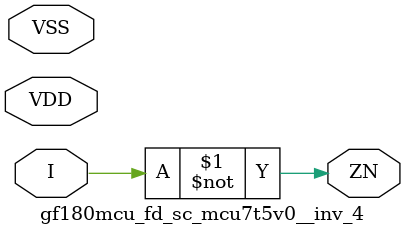
<source format=v>

module gf180mcu_fd_sc_mcu7t5v0__inv_4( I, ZN, VDD, VSS );
input I;
inout VDD, VSS;
output ZN;

	not MGM_BG_0( ZN, I );

endmodule

</source>
